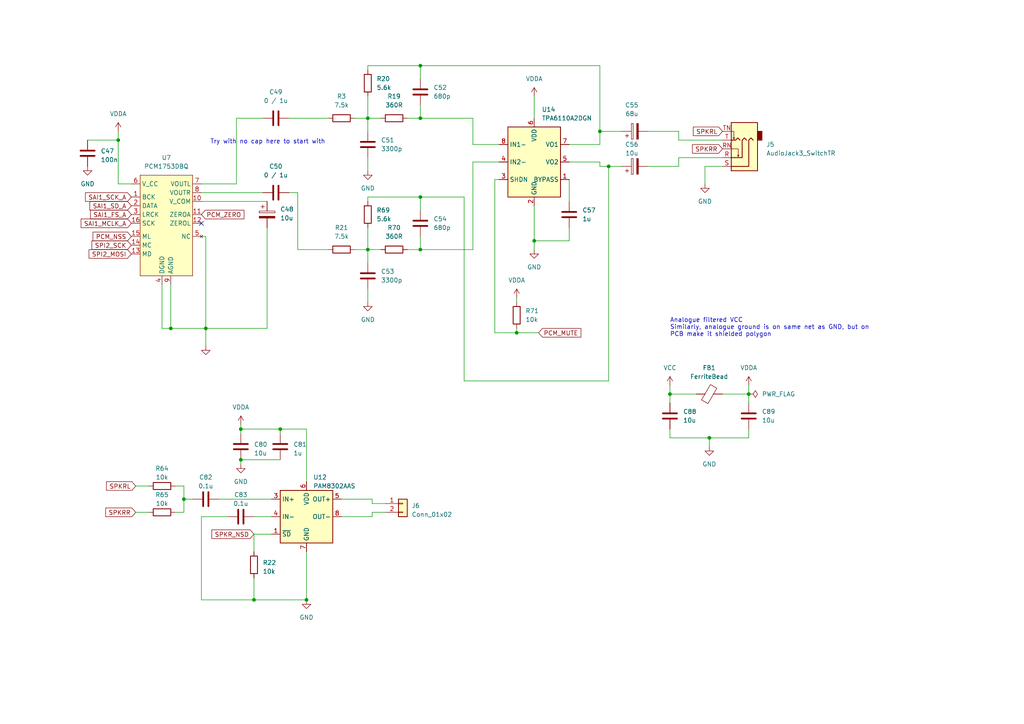
<source format=kicad_sch>
(kicad_sch (version 20231120) (generator "eeschema") (generator_version "8.0")
  (paper "A4")
  (lib_symbols
    (symbol "Amplifier_Audio:PAM8302AAS"
      (property "Reference" "U" (at 7.62 11.43 0))
      (property "Value" "PAM8302AAS" (at 7.62 8.89 0))
      (symbol "PAM8302AAS_0_1"
        (rectangle (start -7.62 7.62) (end 7.62 -7.62) (stroke (width 0.254)) (fill (type background)))
      )
      (symbol "PAM8302AAS_1_1"
        (pin input line (at -10.16 -5.08 0) (length 2.54) (name "~{SD}") (number "1"))
        (pin no_connect line (at 7.62 -5.08 180) (length 2.54) hide (name "NC") (number "2"))
        (pin input line (at -10.16 5.08 0) (length 2.54) (name "IN+") (number "3"))
        (pin input line (at -10.16 0 0) (length 2.54) (name "IN-") (number "4"))
        (pin output line (at 10.16 5.08 180) (length 2.54) (name "OUT+") (number "5"))
        (pin power_in line (at 0 10.16 270) (length 2.54) (name "VDD") (number "6"))
        (pin power_in line (at 0 -10.16 90) (length 2.54) (name "GND") (number "7"))
        (pin output line (at 10.16 0 180) (length 2.54) (name "OUT-") (number "8"))
      )
    )
    (symbol "Amplifier_Audio:TPA6110A2DGN"
      (property "Reference" "U" (at -6.35 11.43 0))
      (property "Value" "TPA6110A2DGN" (at 6.35 11.43 0))
      (symbol "TPA6110A2DGN_0_1"
        (rectangle (start -7.62 10.16) (end 7.62 -10.16) (stroke (width 0.254)) (fill (type background)))
      )
      (symbol "TPA6110A2DGN_1_1"
        (pin passive line (at 10.16 -5.08 180) (length 2.54) (name "BYPASS") (number "1"))
        (pin power_in line (at 0 -12.7 90) (length 2.54) (name "GND") (number "2"))
        (pin input line (at -10.16 -5.08 0) (length 2.54) (name "SHDN") (number "3"))
        (pin input line (at -10.16 0 0) (length 2.54) (name "IN2-") (number "4"))
        (pin output line (at 10.16 0 180) (length 2.54) (name "VO2") (number "5"))
        (pin power_in line (at 0 12.7 270) (length 2.54) (name "VDD") (number "6"))
        (pin output line (at 10.16 5.08 180) (length 2.54) (name "VO1") (number "7"))
        (pin input line (at -10.16 5.08 0) (length 2.54) (name "IN1-") (number "8"))
        (pin passive line (at 0 -12.7 90) (length 2.54) hide (name "GND") (number "9"))
      )
    )
    (symbol "Connector_Audio:AudioJack3_SwitchTR"
      (property "Reference" "J" (at 0 8.89 0))
      (property "Value" "AudioJack3_SwitchTR" (at 0 6.35 0))
      (symbol "AudioJack3_SwitchTR_0_1"
        (rectangle (start -5.08 -5.08) (end -6.35 -7.62) (stroke (width 0.254)) (fill (type outline)))
        (polyline (pts (xy 0.508 -0.254) (xy 0.762 -0.762)))
        (polyline (pts (xy 1.778 -5.334) (xy 2.032 -5.842)))
        (polyline (pts (xy 0 -5.08) (xy 0.635 -5.715) (xy 1.27 -5.08) (xy 2.54 -5.08)) (stroke (width 0.254)))
        (polyline (pts (xy 2.54 -7.62) (xy 1.778 -7.62) (xy 1.778 -5.334) (xy 1.524 -5.842)))
        (polyline (pts (xy 2.54 -2.54) (xy 0.508 -2.54) (xy 0.508 -0.254) (xy 0.254 -0.762)))
        (polyline (pts (xy -1.905 -5.08) (xy -1.27 -5.715) (xy -0.635 -5.08) (xy -0.635 0) (xy 2.54 0)) (stroke (width 0.254)))
        (polyline (pts (xy 2.54 2.54) (xy -2.54 2.54) (xy -2.54 -5.08) (xy -3.175 -5.715) (xy -3.81 -5.08)) (stroke (width 0.254)))
        (rectangle (start 2.54 3.81) (end -5.08 -10.16) (stroke (width 0.254)) (fill (type background)))
      )
      (symbol "AudioJack3_SwitchTR_1_1"
        (pin passive line (at 5.08 0 180) (length 2.54) (name "~") (number "R"))
        (pin passive line (at 5.08 -2.54 180) (length 2.54) (name "~") (number "RN"))
        (pin passive line (at 5.08 2.54 180) (length 2.54) (name "~") (number "S"))
        (pin passive line (at 5.08 -5.08 180) (length 2.54) (name "~") (number "T"))
        (pin passive line (at 5.08 -7.62 180) (length 2.54) (name "~") (number "TN"))
      )
    )
    (symbol "Connector_Generic:Conn_01x02" (pin_names (offset 1.016) hide)
      (property "Reference" "J" (at 0 2.54 0))
      (property "Value" "Conn_01x02" (at 0 -5.08 0))
      (symbol "Conn_01x02_1_1"
        (rectangle (start -1.27 -2.413) (end 0 -2.667) (stroke (width 0.1524)))
        (rectangle (start -1.27 0.127) (end 0 -0.127) (stroke (width 0.1524)))
        (rectangle (start -1.27 1.27) (end 1.27 -3.81) (stroke (width 0.254)) (fill (type background)))
        (pin passive line (at -5.08 0 0) (length 3.81) (name "Pin_1") (number "1"))
        (pin passive line (at -5.08 -2.54 0) (length 3.81) (name "Pin_2") (number "2"))
      )
    )
    (symbol "Device:C" (pin_numbers hide) (pin_names (offset 0.254))
      (property "Reference" "C" (at 0.635 2.54 0))
      (property "Value" "C" (at 0.635 -2.54 0))
      (symbol "C_0_1"
        (polyline (pts (xy -2.032 -0.762) (xy 2.032 -0.762)) (stroke (width 0.508)))
        (polyline (pts (xy -2.032 0.762) (xy 2.032 0.762)) (stroke (width 0.508)))
      )
      (symbol "C_1_1"
        (pin passive line (at 0 3.81 270) (length 2.794) (name "~") (number "1"))
        (pin passive line (at 0 -3.81 90) (length 2.794) (name "~") (number "2"))
      )
    )
    (symbol "Device:C_Polarized" (pin_numbers hide) (pin_names (offset 0.254))
      (property "Reference" "C" (at 0.635 2.54 0))
      (property "Value" "C_Polarized" (at 0.635 -2.54 0))
      (symbol "C_Polarized_0_1"
        (rectangle (start -2.286 0.508) (end 2.286 1.016))
        (polyline (pts (xy -1.778 2.286) (xy -0.762 2.286)))
        (polyline (pts (xy -1.27 2.794) (xy -1.27 1.778)))
        (rectangle (start 2.286 -0.508) (end -2.286 -1.016) (fill (type outline)))
      )
      (symbol "C_Polarized_1_1"
        (pin passive line (at 0 3.81 270) (length 2.794) (name "~") (number "1"))
        (pin passive line (at 0 -3.81 90) (length 2.794) (name "~") (number "2"))
      )
    )
    (symbol "Device:FerriteBead" (pin_numbers hide) (pin_names (offset 0))
      (property "Reference" "FB" (at -3.81 0.635 90))
      (property "Value" "FerriteBead" (at 3.81 0 90))
      (symbol "FerriteBead_0_1"
        (polyline (pts (xy 0 -1.27) (xy 0 -1.2192)))
        (polyline (pts (xy 0 1.27) (xy 0 1.2954)))
        (polyline (pts (xy -2.7686 0.4064) (xy -1.7018 2.2606) (xy 2.7686 -0.3048) (xy 1.6764 -2.159) (xy -2.7686 0.4064)))
      )
      (symbol "FerriteBead_1_1"
        (pin passive line (at 0 3.81 270) (length 2.54) (name "~") (number "1"))
        (pin passive line (at 0 -3.81 90) (length 2.54) (name "~") (number "2"))
      )
    )
    (symbol "Device:R" (pin_numbers hide) (pin_names (offset 0))
      (property "Reference" "R" (at 2.032 0 90))
      (property "Value" "R" (at 0 0 90))
      (symbol "R_0_1"
        (rectangle (start -1.016 -2.54) (end 1.016 2.54) (stroke (width 0.254)))
      )
      (symbol "R_1_1"
        (pin passive line (at 0 3.81 270) (length 1.27) (name "~") (number "1"))
        (pin passive line (at 0 -3.81 90) (length 1.27) (name "~") (number "2"))
      )
    )
    (symbol "gk-syms:PCM1753DBQ"
      (property "Reference" "U" (at 0 2.54 0))
      (property "Value" "PCM1753DBQ" (at 0 0 0))
      (symbol "PCM1753DBQ_1_1"
        (rectangle (start -7.62 -1.27) (end 7.62 -30.48) (fill (type background)))
        (pin input line (at -10.16 -7.62 0) (length 2.54) (name "BCK") (number "1"))
        (pin power_out line (at 10.16 -8.89 180) (length 2.54) (name "V_COM") (number "10"))
        (pin output line (at 10.16 -12.7 180) (length 2.54) (name "ZEROA") (number "11"))
        (pin output line (at 10.16 -15.24 180) (length 2.54) (name "ZEROL") (number "12"))
        (pin input line (at -10.16 -24.13 0) (length 2.54) (name "MD") (number "13"))
        (pin input line (at -10.16 -21.59 0) (length 2.54) (name "MC") (number "14"))
        (pin input line (at -10.16 -19.05 0) (length 2.54) (name "ML") (number "15"))
        (pin input line (at -10.16 -15.24 0) (length 2.54) (name "SCK") (number "16"))
        (pin input line (at -10.16 -10.16 0) (length 2.54) (name "DATA") (number "2"))
        (pin input line (at -10.16 -12.7 0) (length 2.54) (name "LRCK") (number "3"))
        (pin input line (at -1.27 -33.02 90) (length 2.54) (name "DGND") (number "4"))
        (pin no_connect line (at 10.16 -19.05 180) (length 2.54) (name "NC") (number "5"))
        (pin power_in line (at -10.16 -3.81 0) (length 2.54) (name "V_CC") (number "6"))
        (pin output line (at 10.16 -3.81 180) (length 2.54) (name "VOUTL") (number "7"))
        (pin output line (at 10.16 -6.35 180) (length 2.54) (name "VOUTR") (number "8"))
        (pin input line (at 1.27 -33.02 90) (length 2.54) (name "AGND") (number "9"))
      )
    )
    (symbol "power:GND" (power) (pin_names (offset 0))
      (property "Value" "GND" (at 0 -3.81 0))
      (symbol "GND_0_1"
        (polyline (pts (xy 0 0) (xy 0 -1.27) (xy 1.27 -1.27) (xy 0 -2.54) (xy -1.27 -1.27) (xy 0 -1.27)))
      )
      (symbol "GND_1_1"
        (pin power_in line (at 0 0 270) (length 0) hide (name "GND") (number "1"))
      )
    )
    (symbol "power:PWR_FLAG" (power) (pin_numbers hide) (pin_names (offset 0) hide)
      (property "Value" "PWR_FLAG" (at 0 3.81 0))
      (symbol "PWR_FLAG_0_0"
        (pin power_out line (at 0 0 90) (length 0) (name "pwr") (number "1"))
      )
      (symbol "PWR_FLAG_0_1"
        (polyline (pts (xy 0 0) (xy 0 1.27) (xy -1.016 1.905) (xy 0 2.54) (xy 1.016 1.905) (xy 0 1.27)))
      )
    )
    (symbol "power:VCC" (power) (pin_names (offset 0))
      (property "Value" "VCC" (at 0 3.81 0))
      (symbol "VCC_0_1"
        (polyline (pts (xy -0.762 1.27) (xy 0 2.54)))
        (polyline (pts (xy 0 0) (xy 0 2.54)))
        (polyline (pts (xy 0 2.54) (xy 0.762 1.27)))
      )
      (symbol "VCC_1_1"
        (pin power_in line (at 0 0 90) (length 0) hide (name "VCC") (number "1"))
      )
    )
    (symbol "power:VDDA" (power) (pin_names (offset 0))
      (property "Value" "VDDA" (at 0 3.81 0))
      (symbol "VDDA_0_1"
        (polyline (pts (xy -0.762 1.27) (xy 0 2.54)))
        (polyline (pts (xy 0 0) (xy 0 2.54)))
        (polyline (pts (xy 0 2.54) (xy 0.762 1.27)))
      )
      (symbol "VDDA_1_1"
        (pin power_in line (at 0 0 90) (length 0) hide (name "VDDA") (number "1"))
      )
    )
  )
  (junction (at 154.94 69.85))
  (junction (at 121.92 19.05))
  (junction (at 69.85 124.46))
  (junction (at 49.53 95.25))
  (junction (at 59.69 95.25))
  (junction (at 121.92 34.29))
  (junction (at 34.29 40.64))
  (junction (at 106.68 34.29))
  (junction (at 217.17 114.3))
  (junction (at 53.34 144.78))
  (junction (at 73.66 173.99))
  (junction (at 205.74 127))
  (junction (at 88.9 173.99))
  (junction (at 149.86 96.52))
  (junction (at 106.68 72.39))
  (junction (at 69.85 133.35))
  (junction (at 173.99 38.1))
  (junction (at 121.92 72.39))
  (junction (at 176.53 48.26))
  (junction (at 121.92 57.15))
  (junction (at 81.28 124.46))
  (junction (at 194.31 114.3))
  (no_connect (at 58.42 64.77))
  (wire (pts (xy 34.29 40.64) (xy 34.29 53.34)))
  (wire (pts (xy 149.86 86.36) (xy 149.86 87.63)))
  (wire (pts (xy 69.85 124.46) (xy 81.28 124.46)))
  (wire (pts (xy 78.74 154.94) (xy 73.66 154.94)))
  (wire (pts (xy 39.37 140.97) (xy 43.18 140.97)))
  (wire (pts (xy 173.99 19.05) (xy 121.92 19.05)))
  (wire (pts (xy 194.31 114.3) (xy 201.93 114.3)))
  (wire (pts (xy 66.04 149.86) (xy 58.42 149.86)))
  (wire (pts (xy 73.66 154.94) (xy 73.66 160.02)))
  (wire (pts (xy 173.99 41.91) (xy 173.99 38.1)))
  (wire (pts (xy 59.69 68.58) (xy 59.69 95.25)))
  (wire (pts (xy 99.06 144.78) (xy 107.95 144.78)))
  (wire (pts (xy 106.68 83.82) (xy 106.68 87.63)))
  (wire (pts (xy 68.58 34.29) (xy 76.2 34.29)))
  (wire (pts (xy 107.95 148.59) (xy 107.95 149.86)))
  (wire (pts (xy 34.29 53.34) (xy 38.1 53.34)))
  (wire (pts (xy 143.51 52.07) (xy 144.78 52.07)))
  (wire (pts (xy 165.1 66.04) (xy 165.1 69.85)))
  (wire (pts (xy 194.31 124.46) (xy 194.31 127)))
  (wire (pts (xy 217.17 114.3) (xy 217.17 116.84)))
  (wire (pts (xy 187.96 38.1) (xy 196.85 38.1)))
  (wire (pts (xy 50.8 140.97) (xy 53.34 140.97)))
  (wire (pts (xy 194.31 111.76) (xy 194.31 114.3)))
  (wire (pts (xy 176.53 110.49) (xy 134.62 110.49)))
  (wire (pts (xy 149.86 95.25) (xy 149.86 96.52)))
  (wire (pts (xy 95.25 72.39) (xy 86.36 72.39)))
  (wire (pts (xy 53.34 140.97) (xy 53.34 144.78)))
  (wire (pts (xy 106.68 57.15) (xy 121.92 57.15)))
  (wire (pts (xy 209.55 114.3) (xy 217.17 114.3)))
  (wire (pts (xy 88.9 124.46) (xy 88.9 139.7)))
  (wire (pts (xy 58.42 58.42) (xy 77.47 58.42)))
  (wire (pts (xy 106.68 19.05) (xy 121.92 19.05)))
  (wire (pts (xy 154.94 69.85) (xy 154.94 59.69)))
  (wire (pts (xy 106.68 34.29) (xy 110.49 34.29)))
  (wire (pts (xy 106.68 72.39) (xy 106.68 76.2)))
  (wire (pts (xy 134.62 57.15) (xy 121.92 57.15)))
  (wire (pts (xy 165.1 69.85) (xy 154.94 69.85)))
  (wire (pts (xy 102.87 72.39) (xy 106.68 72.39)))
  (wire (pts (xy 196.85 45.72) (xy 209.55 45.72)))
  (wire (pts (xy 187.96 48.26) (xy 196.85 48.26)))
  (wire (pts (xy 77.47 95.25) (xy 59.69 95.25)))
  (wire (pts (xy 81.28 124.46) (xy 88.9 124.46)))
  (wire (pts (xy 73.66 149.86) (xy 78.74 149.86)))
  (wire (pts (xy 143.51 52.07) (xy 143.51 96.52)))
  (wire (pts (xy 73.66 167.64) (xy 73.66 173.99)))
  (wire (pts (xy 50.8 148.59) (xy 53.34 148.59)))
  (wire (pts (xy 107.95 144.78) (xy 107.95 146.05)))
  (wire (pts (xy 137.16 41.91) (xy 144.78 41.91)))
  (wire (pts (xy 165.1 46.99) (xy 173.99 46.99)))
  (wire (pts (xy 106.68 58.42) (xy 106.68 57.15)))
  (wire (pts (xy 86.36 72.39) (xy 86.36 55.88)))
  (wire (pts (xy 134.62 110.49) (xy 134.62 57.15)))
  (wire (pts (xy 59.69 100.33) (xy 59.69 95.25)))
  (wire (pts (xy 39.37 148.59) (xy 43.18 148.59)))
  (wire (pts (xy 58.42 173.99) (xy 73.66 173.99)))
  (wire (pts (xy 46.99 82.55) (xy 46.99 95.25)))
  (wire (pts (xy 165.1 41.91) (xy 173.99 41.91)))
  (wire (pts (xy 106.68 66.04) (xy 106.68 72.39)))
  (wire (pts (xy 121.92 19.05) (xy 121.92 22.86)))
  (wire (pts (xy 107.95 146.05) (xy 111.76 146.05)))
  (wire (pts (xy 34.29 38.1) (xy 34.29 40.64)))
  (wire (pts (xy 217.17 124.46) (xy 217.17 127)))
  (wire (pts (xy 137.16 34.29) (xy 137.16 41.91)))
  (wire (pts (xy 83.82 55.88) (xy 86.36 55.88)))
  (wire (pts (xy 25.4 40.64) (xy 34.29 40.64)))
  (wire (pts (xy 196.85 48.26) (xy 196.85 45.72)))
  (wire (pts (xy 53.34 144.78) (xy 55.88 144.78)))
  (wire (pts (xy 63.5 144.78) (xy 78.74 144.78)))
  (wire (pts (xy 77.47 66.04) (xy 77.47 95.25)))
  (wire (pts (xy 106.68 45.72) (xy 106.68 49.53)))
  (wire (pts (xy 176.53 48.26) (xy 180.34 48.26)))
  (wire (pts (xy 106.68 34.29) (xy 106.68 38.1)))
  (wire (pts (xy 88.9 160.02) (xy 88.9 173.99)))
  (wire (pts (xy 83.82 34.29) (xy 95.25 34.29)))
  (wire (pts (xy 194.31 127) (xy 205.74 127)))
  (wire (pts (xy 69.85 123.19) (xy 69.85 124.46)))
  (wire (pts (xy 121.92 57.15) (xy 121.92 60.96)))
  (wire (pts (xy 106.68 27.94) (xy 106.68 34.29)))
  (wire (pts (xy 121.92 72.39) (xy 118.11 72.39)))
  (wire (pts (xy 69.85 133.35) (xy 81.28 133.35)))
  (wire (pts (xy 76.2 55.88) (xy 58.42 55.88)))
  (wire (pts (xy 154.94 27.94) (xy 154.94 34.29)))
  (wire (pts (xy 143.51 96.52) (xy 149.86 96.52)))
  (wire (pts (xy 121.92 68.58) (xy 121.92 72.39)))
  (wire (pts (xy 58.42 68.58) (xy 59.69 68.58)))
  (wire (pts (xy 205.74 127) (xy 205.74 129.54)))
  (wire (pts (xy 149.86 96.52) (xy 156.21 96.52)))
  (wire (pts (xy 111.76 148.59) (xy 107.95 148.59)))
  (wire (pts (xy 58.42 149.86) (xy 58.42 173.99)))
  (wire (pts (xy 204.47 48.26) (xy 204.47 53.34)))
  (wire (pts (xy 196.85 40.64) (xy 209.55 40.64)))
  (wire (pts (xy 154.94 72.39) (xy 154.94 69.85)))
  (wire (pts (xy 68.58 53.34) (xy 68.58 34.29)))
  (wire (pts (xy 58.42 53.34) (xy 68.58 53.34)))
  (wire (pts (xy 176.53 48.26) (xy 176.53 110.49)))
  (wire (pts (xy 194.31 114.3) (xy 194.31 116.84)))
  (wire (pts (xy 176.53 48.26) (xy 173.99 48.26)))
  (wire (pts (xy 217.17 127) (xy 205.74 127)))
  (wire (pts (xy 121.92 34.29) (xy 118.11 34.29)))
  (wire (pts (xy 137.16 46.99) (xy 137.16 72.39)))
  (wire (pts (xy 137.16 46.99) (xy 144.78 46.99)))
  (wire (pts (xy 81.28 124.46) (xy 81.28 125.73)))
  (wire (pts (xy 53.34 144.78) (xy 53.34 148.59)))
  (wire (pts (xy 106.68 72.39) (xy 110.49 72.39)))
  (wire (pts (xy 173.99 38.1) (xy 180.34 38.1)))
  (wire (pts (xy 69.85 133.35) (xy 69.85 134.62)))
  (wire (pts (xy 217.17 111.76) (xy 217.17 114.3)))
  (wire (pts (xy 49.53 82.55) (xy 49.53 95.25)))
  (wire (pts (xy 49.53 95.25) (xy 59.69 95.25)))
  (wire (pts (xy 73.66 173.99) (xy 88.9 173.99)))
  (wire (pts (xy 209.55 48.26) (xy 204.47 48.26)))
  (wire (pts (xy 173.99 38.1) (xy 173.99 19.05)))
  (wire (pts (xy 196.85 38.1) (xy 196.85 40.64)))
  (wire (pts (xy 121.92 34.29) (xy 137.16 34.29)))
  (wire (pts (xy 137.16 72.39) (xy 121.92 72.39)))
  (wire (pts (xy 121.92 30.48) (xy 121.92 34.29)))
  (wire (pts (xy 173.99 46.99) (xy 173.99 48.26)))
  (wire (pts (xy 69.85 124.46) (xy 69.85 125.73)))
  (wire (pts (xy 165.1 52.07) (xy 165.1 58.42)))
  (wire (pts (xy 107.95 149.86) (xy 99.06 149.86)))
  (wire (pts (xy 46.99 95.25) (xy 49.53 95.25)))
  (wire (pts (xy 106.68 20.32) (xy 106.68 19.05)))
  (wire (pts (xy 102.87 34.29) (xy 106.68 34.29)))
  (text "Analogue filtered VCC\nSimilarly, analogue ground is on same net as GND, but on\nPCB make it shielded polygon" (at 194.31 97.79 0) (effects (font (size 1.27 1.27)) (justify left bottom)))
  (text "Try with no cap here to start with" (at 60.96 41.91 0) (effects (font (size 1.27 1.27)) (justify left bottom)))
  (global_label "SPI2_SCK" (shape input) (at 38.1 71.12 180) (property "Intersheetrefs" "${INTERSHEET_REFS}" (effects (hide yes))))
  (global_label "SAI1_SCK_A" (shape input) (at 38.1 57.15 180) (property "Intersheetrefs" "${INTERSHEET_REFS}" (effects (hide yes))))
  (global_label "PCM_NSS" (shape input) (at 38.1 68.58 180) (property "Intersheetrefs" "${INTERSHEET_REFS}" (effects (hide yes))))
  (global_label "SPI2_MOSI" (shape input) (at 38.1 73.66 180) (property "Intersheetrefs" "${INTERSHEET_REFS}" (effects (hide yes))))
  (global_label "PCM_MUTE" (shape input) (at 156.21 96.52 0) (property "Intersheetrefs" "${INTERSHEET_REFS}" (effects (hide yes))))
  (global_label "SPKR_NSD" (shape input) (at 73.66 154.94 180) (property "Intersheetrefs" "${INTERSHEET_REFS}" (effects (hide yes))))
  (global_label "SPKRR" (shape input) (at 209.55 43.18 180) (property "Intersheetrefs" "${INTERSHEET_REFS}" (effects (hide yes))))
  (global_label "SAI1_MCLK_A" (shape input) (at 38.1 64.77 180) (property "Intersheetrefs" "${INTERSHEET_REFS}" (effects (hide yes))))
  (global_label "SAI1_SD_A" (shape input) (at 38.1 59.69 180) (property "Intersheetrefs" "${INTERSHEET_REFS}" (effects (hide yes))))
  (global_label "PCM_ZERO" (shape input) (at 58.42 62.23 0) (property "Intersheetrefs" "${INTERSHEET_REFS}" (effects (hide yes))))
  (global_label "SPKRR" (shape input) (at 39.37 148.59 180) (property "Intersheetrefs" "${INTERSHEET_REFS}" (effects (hide yes))))
  (global_label "SPKRL" (shape input) (at 39.37 140.97 180) (property "Intersheetrefs" "${INTERSHEET_REFS}" (effects (hide yes))))
  (global_label "SAI1_FS_A" (shape input) (at 38.1 62.23 180) (property "Intersheetrefs" "${INTERSHEET_REFS}" (effects (hide yes))))
  (global_label "SPKRL" (shape input) (at 209.55 38.1 180) (property "Intersheetrefs" "${INTERSHEET_REFS}" (effects (hide yes))))
  (symbol (lib_id "Amplifier_Audio:PAM8302AAS") (at 88.9 149.86 0) (unit 1)
    (property "Reference" "U12" (at 90.8559 138.43 0) (effects (justify left)))
    (property "Value" "PAM8302AAS" (at 90.8559 140.97 0) (effects (justify left)))
    (property "Footprint" "Package_SO:MSOP-8_3x3mm_P0.65mm" (effects (hide yes)))
    (property "Datasheet" "https://www.diodes.com/assets/Datasheets/PAM8302A.pdf" (effects (hide yes)))
  )
  (symbol (lib_id "power:VDDA") (at 217.17 111.76 0) (unit 1)
    (property "Reference" "#PWR092" (effects (hide yes)))
    (property "Value" "VDDA" (at 217.17 106.68 0))
  )
  (symbol (lib_id "Device:C_Polarized") (at 77.47 62.23 0) (unit 1)
    (property "Reference" "C48" (at 81.28 60.706 0) (effects (justify left)))
    (property "Value" "10u" (at 81.28 63.246 0) (effects (justify left)))
    (property "Footprint" "Capacitor_THT:CP_Radial_D5.0mm_P2.00mm" (effects (hide yes)))
  )
  (symbol (lib_id "Device:C") (at 69.85 129.54 0) (unit 1)
    (property "Reference" "C80" (at 73.66 128.905 0) (effects (justify left)))
    (property "Value" "10u" (at 73.66 131.445 0) (effects (justify left)))
    (property "Footprint" "Capacitor_SMD:C_0805_2012Metric" (effects (hide yes)))
  )
  (symbol (lib_id "Device:C") (at 25.4 44.45 0) (unit 1)
    (property "Reference" "C47" (at 29.21 43.815 0) (effects (justify left)))
    (property "Value" "100n" (at 29.21 46.355 0) (effects (justify left)))
    (property "Footprint" "Capacitor_SMD:C_0603_1608Metric" (effects (hide yes)))
  )
  (symbol (lib_id "power:GND") (at 106.68 49.53 0) (unit 1)
    (property "Reference" "#PWR080" (effects (hide yes)))
    (property "Value" "GND" (at 106.68 54.61 0))
  )
  (symbol (lib_id "power:GND") (at 69.85 134.62 0) (unit 1)
    (property "Reference" "#PWR077" (effects (hide yes)))
    (property "Value" "GND" (at 69.85 139.7 0))
  )
  (symbol (lib_id "power:VDDA") (at 34.29 38.1 0) (unit 1)
    (property "Reference" "#PWR024" (effects (hide yes)))
    (property "Value" "VDDA" (at 34.29 33.02 0))
  )
  (symbol (lib_id "power:GND") (at 88.9 173.99 0) (unit 1)
    (property "Reference" "#PWR078" (effects (hide yes)))
    (property "Value" "GND" (at 88.9 179.07 0))
  )
  (symbol (lib_id "Device:C") (at 106.68 41.91 0) (unit 1)
    (property "Reference" "C51" (at 110.49 40.64 0) (effects (justify left)))
    (property "Value" "3300p" (at 110.49 43.18 0) (effects (justify left)))
    (property "Footprint" "Capacitor_SMD:C_0603_1608Metric" (effects (hide yes)))
  )
  (symbol (lib_id "power:GND") (at 59.69 100.33 0) (unit 1)
    (property "Reference" "#PWR026" (effects (hide yes)))
    (property "Value" "GND" (effects (hide yes)))
  )
  (symbol (lib_id "power:GND") (at 205.74 129.54 0) (unit 1)
    (property "Reference" "#PWR093" (effects (hide yes)))
    (property "Value" "GND" (at 205.74 134.62 0))
  )
  (symbol (lib_id "Connector_Audio:AudioJack3_SwitchTR") (at 214.63 45.72 180) (unit 1)
    (property "Reference" "J5" (at 222.25 41.91 0) (effects (justify right)))
    (property "Value" "AudioJack3_SwitchTR" (at 222.25 44.45 0) (effects (justify right)))
    (property "Footprint" "Connector_Audio:Jack_3.5mm_Ledino_KB3SPRS_Horizontal" (effects (hide yes)))
  )
  (symbol (lib_id "Device:C") (at 59.69 144.78 270) (unit 1)
    (property "Reference" "C82" (at 59.69 138.43 90))
    (property "Value" "0.1u" (at 59.69 140.97 90))
    (property "Footprint" "Capacitor_SMD:C_0603_1608Metric" (effects (hide yes)))
  )
  (symbol (lib_id "Device:C_Polarized") (at 184.15 38.1 90) (unit 1)
    (property "Reference" "C55" (at 183.261 30.48 90))
    (property "Value" "68u" (at 183.261 33.02 90))
    (property "Footprint" "Capacitor_THT:CP_Radial_D5.0mm_P2.00mm" (effects (hide yes)))
  )
  (symbol (lib_id "Amplifier_Audio:TPA6110A2DGN") (at 154.94 46.99 0) (unit 1)
    (property "Reference" "U14" (at 157.1341 31.75 0) (effects (justify left)))
    (property "Value" "TPA6110A2DGN" (at 157.1341 34.29 0) (effects (justify left)))
    (property "Footprint" "Package_SO:HVSSOP-8-1EP_3x3mm_P0.65mm_EP1.57x1.89mm" (effects (hide yes)))
    (property "Datasheet" "https://www.ti.com/lit/ds/symlink/tpa6110a2.pdf" (effects (hide yes)))
  )
  (symbol (lib_id "Device:C") (at 194.31 120.65 0) (unit 1)
    (property "Reference" "C88" (at 198.12 119.38 0) (effects (justify left)))
    (property "Value" "10u" (at 198.12 121.92 0) (effects (justify left)))
    (property "Footprint" "Capacitor_SMD:C_0805_2012Metric" (effects (hide yes)))
  )
  (symbol (lib_id "Device:C") (at 80.01 55.88 90) (unit 1)
    (property "Reference" "C50" (at 80.01 48.26 90))
    (property "Value" "0 / 1u" (at 80.01 50.8 90))
    (property "Footprint" "Capacitor_SMD:C_0805_2012Metric" (effects (hide yes)))
  )
  (symbol (lib_id "power:PWR_FLAG") (at 217.17 114.3 270) (unit 1)
    (property "Reference" "#FLG09" (effects (hide yes)))
    (property "Value" "PWR_FLAG" (at 220.98 114.3 90) (effects (justify left)))
  )
  (symbol (lib_id "Device:C_Polarized") (at 184.15 48.26 90) (unit 1)
    (property "Reference" "C56" (at 183.261 41.91 90))
    (property "Value" "10u" (at 183.261 44.45 90))
    (property "Footprint" "Capacitor_THT:CP_Radial_D5.0mm_P2.00mm" (effects (hide yes)))
  )
  (symbol (lib_id "power:VCC") (at 194.31 111.76 0) (unit 1)
    (property "Reference" "#PWR091" (effects (hide yes)))
    (property "Value" "VCC" (at 194.31 106.68 0))
  )
  (symbol (lib_id "Device:C") (at 106.68 80.01 0) (unit 1)
    (property "Reference" "C53" (at 110.49 78.74 0) (effects (justify left)))
    (property "Value" "3300p" (at 110.49 81.28 0) (effects (justify left)))
    (property "Footprint" "Capacitor_SMD:C_0603_1608Metric" (effects (hide yes)))
  )
  (symbol (lib_id "power:GND") (at 106.68 87.63 0) (unit 1)
    (property "Reference" "#PWR081" (effects (hide yes)))
    (property "Value" "GND" (at 106.68 92.71 0))
  )
  (symbol (lib_id "Device:R") (at 106.68 62.23 180) (unit 1)
    (property "Reference" "R69" (at 109.22 60.96 0) (effects (justify right)))
    (property "Value" "5.6k" (at 109.22 63.5 0) (effects (justify right)))
    (property "Footprint" "Resistor_SMD:R_0603_1608Metric" (effects (hide yes)))
  )
  (symbol (lib_id "Device:C") (at 121.92 64.77 0) (unit 1)
    (property "Reference" "C54" (at 125.73 63.5 0) (effects (justify left)))
    (property "Value" "680p" (at 125.73 66.04 0) (effects (justify left)))
    (property "Footprint" "Capacitor_SMD:C_0603_1608Metric" (effects (hide yes)))
  )
  (symbol (lib_id "Device:R") (at 46.99 148.59 90) (unit 1)
    (property "Reference" "R65" (at 46.99 143.51 90))
    (property "Value" "10k" (at 46.99 146.05 90))
    (property "Footprint" "Resistor_SMD:R_0603_1608Metric" (effects (hide yes)))
  )
  (symbol (lib_id "Device:C") (at 81.28 129.54 0) (unit 1)
    (property "Reference" "C81" (at 85.09 128.905 0) (effects (justify left)))
    (property "Value" "1u" (at 85.09 131.445 0) (effects (justify left)))
    (property "Footprint" "Capacitor_SMD:C_0805_2012Metric" (effects (hide yes)))
  )
  (symbol (lib_id "Device:R") (at 46.99 140.97 90) (unit 1)
    (property "Reference" "R64" (at 46.99 135.89 90))
    (property "Value" "10k" (at 46.99 138.43 90))
    (property "Footprint" "Resistor_SMD:R_0603_1608Metric" (effects (hide yes)))
  )
  (symbol (lib_id "power:VDDA") (at 154.94 27.94 0) (unit 1)
    (property "Reference" "#PWR084" (effects (hide yes)))
    (property "Value" "VDDA" (at 154.94 22.86 0))
  )
  (symbol (lib_id "Device:C") (at 121.92 26.67 0) (unit 1)
    (property "Reference" "C52" (at 125.73 25.4 0) (effects (justify left)))
    (property "Value" "680p" (at 125.73 27.94 0) (effects (justify left)))
    (property "Footprint" "Capacitor_SMD:C_0603_1608Metric" (effects (hide yes)))
  )
  (symbol (lib_id "gk-syms:PCM1753DBQ") (at 48.26 49.53 0) (unit 1)
    (property "Reference" "U7" (at 48.26 45.72 0))
    (property "Value" "PCM1753DBQ" (at 48.26 48.26 0))
    (property "Footprint" "Package_SO:SSOP-16_3.9x4.9mm_P0.635mm" (effects (hide yes)))
  )
  (symbol (lib_id "Device:R") (at 106.68 24.13 180) (unit 1)
    (property "Reference" "R20" (at 109.22 22.86 0) (effects (justify right)))
    (property "Value" "5.6k" (at 109.22 25.4 0) (effects (justify right)))
    (property "Footprint" "Resistor_SMD:R_0603_1608Metric" (effects (hide yes)))
  )
  (symbol (lib_id "Device:R") (at 99.06 34.29 90) (unit 1)
    (property "Reference" "R3" (at 99.06 27.94 90))
    (property "Value" "7.5k" (at 99.06 30.48 90))
    (property "Footprint" "Resistor_SMD:R_0603_1608Metric" (effects (hide yes)))
  )
  (symbol (lib_id "Device:C") (at 217.17 120.65 0) (unit 1)
    (property "Reference" "C89" (at 220.98 119.38 0) (effects (justify left)))
    (property "Value" "10u" (at 220.98 121.92 0) (effects (justify left)))
    (property "Footprint" "Capacitor_SMD:C_0805_2012Metric" (effects (hide yes)))
  )
  (symbol (lib_id "power:GND") (at 154.94 72.39 0) (unit 1)
    (property "Reference" "#PWR083" (effects (hide yes)))
    (property "Value" "GND" (at 154.94 77.47 0))
  )
  (symbol (lib_id "Device:R") (at 114.3 72.39 90) (unit 1)
    (property "Reference" "R70" (at 114.3 66.04 90))
    (property "Value" "360R" (at 114.3 68.58 90))
    (property "Footprint" "Resistor_SMD:R_0603_1608Metric" (effects (hide yes)))
  )
  (symbol (lib_id "power:VDDA") (at 69.85 123.19 0) (unit 1)
    (property "Reference" "#PWR05" (effects (hide yes)))
    (property "Value" "VDDA" (at 69.85 118.11 0))
  )
  (symbol (lib_id "Device:R") (at 99.06 72.39 90) (unit 1)
    (property "Reference" "R21" (at 99.06 66.04 90))
    (property "Value" "7.5k" (at 99.06 68.58 90))
    (property "Footprint" "Resistor_SMD:R_0603_1608Metric" (effects (hide yes)))
  )
  (symbol (lib_id "power:GND") (at 25.4 48.26 0) (unit 1)
    (property "Reference" "#PWR025" (effects (hide yes)))
    (property "Value" "GND" (at 25.4 53.34 0))
  )
  (symbol (lib_id "power:GND") (at 204.47 53.34 0) (unit 1)
    (property "Reference" "#PWR082" (effects (hide yes)))
    (property "Value" "GND" (at 204.47 58.42 0))
  )
  (symbol (lib_id "Device:R") (at 149.86 91.44 180) (unit 1)
    (property "Reference" "R71" (at 152.4 90.17 0) (effects (justify right)))
    (property "Value" "10k" (at 152.4 92.71 0) (effects (justify right)))
    (property "Footprint" "Resistor_SMD:R_0603_1608Metric" (effects (hide yes)))
  )
  (symbol (lib_id "Device:C") (at 80.01 34.29 90) (unit 1)
    (property "Reference" "C49" (at 80.01 26.67 90))
    (property "Value" "0 / 1u" (at 80.01 29.21 90))
    (property "Footprint" "Capacitor_SMD:C_0805_2012Metric" (effects (hide yes)))
  )
  (symbol (lib_id "Device:FerriteBead") (at 205.74 114.3 90) (unit 1)
    (property "Reference" "FB1" (at 205.6892 106.68 90))
    (property "Value" "FerriteBead" (at 205.6892 109.22 90))
    (property "Footprint" "Resistor_SMD:R_0603_1608Metric" (effects (hide yes)))
  )
  (symbol (lib_id "Connector_Generic:Conn_01x02") (at 116.84 146.05 0) (unit 1)
    (property "Reference" "J6" (at 119.38 146.685 0) (effects (justify left)))
    (property "Value" "Conn_01x02" (at 119.38 149.225 0) (effects (justify left)))
    (property "Footprint" "Connector_Molex:Molex_PicoBlade_53048-0210_1x02_P1.25mm_Horizontal" (effects (hide yes)))
  )
  (symbol (lib_id "power:VDDA") (at 149.86 86.36 0) (unit 1)
    (property "Reference" "#PWR085" (effects (hide yes)))
    (property "Value" "VDDA" (at 149.86 81.28 0))
  )
  (symbol (lib_id "Device:C") (at 165.1 62.23 180) (unit 1)
    (property "Reference" "C57" (at 168.91 60.96 0) (effects (justify right)))
    (property "Value" "1u" (at 168.91 63.5 0) (effects (justify right)))
    (property "Footprint" "Capacitor_SMD:C_0805_2012Metric" (effects (hide yes)))
  )
  (symbol (lib_id "Device:C") (at 69.85 149.86 270) (unit 1)
    (property "Reference" "C83" (at 69.85 143.51 90))
    (property "Value" "0.1u" (at 69.85 146.05 90))
    (property "Footprint" "Capacitor_SMD:C_0603_1608Metric" (effects (hide yes)))
  )
  (symbol (lib_id "Device:R") (at 114.3 34.29 90) (unit 1)
    (property "Reference" "R19" (at 114.3 27.94 90))
    (property "Value" "360R" (at 114.3 30.48 90))
    (property "Footprint" "Resistor_SMD:R_0603_1608Metric" (effects (hide yes)))
  )
  (symbol (lib_id "Device:R") (at 73.66 163.83 0) (unit 1)
    (property "Reference" "R22" (at 76.2 163.195 0) (effects (justify left)))
    (property "Value" "10k" (at 76.2 165.735 0) (effects (justify left)))
    (property "Footprint" "Resistor_SMD:R_0603_1608Metric" (effects (hide yes)))
  )
)
</source>
